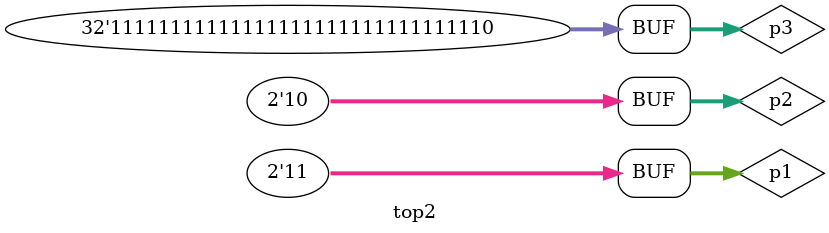
<source format=sv>
module top1();
  parameter [1:0] p1 =  1'sb1;
  parameter [1:0] p2 =  2'sb10;
  parameter int p3 =  2'sb10;
endmodule


module top2();
  reg [1:0] p1 =  1'sb1;
  reg [1:0] p2 =  2'sb10;
  int p3 =  2'sb10;
endmodule

</source>
